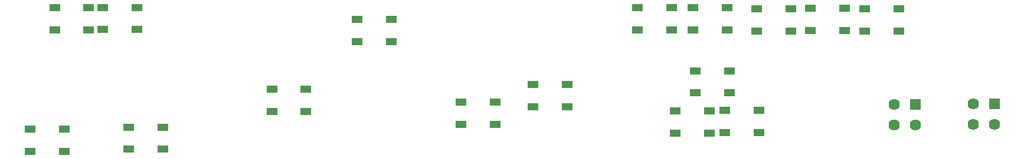
<source format=gbr>
%TF.GenerationSoftware,KiCad,Pcbnew,(5.1.6)-1*%
%TF.CreationDate,2020-11-25T12:03:05+11:00*%
%TF.ProjectId,HUD VID RCD Panel PCB V1,48554420-5649-4442-9052-43442050616e,rev?*%
%TF.SameCoordinates,Original*%
%TF.FileFunction,Soldermask,Top*%
%TF.FilePolarity,Negative*%
%FSLAX46Y46*%
G04 Gerber Fmt 4.6, Leading zero omitted, Abs format (unit mm)*
G04 Created by KiCad (PCBNEW (5.1.6)-1) date 2020-11-25 12:03:05*
%MOMM*%
%LPD*%
G01*
G04 APERTURE LIST*
%ADD10C,1.620000*%
%ADD11R,1.620000X1.620000*%
%ADD12R,1.600000X1.100000*%
G04 APERTURE END LIST*
D10*
%TO.C,J2*%
X182166001Y-86464399D03*
X185166000Y-86464399D03*
X182166001Y-83464400D03*
D11*
X185166000Y-83464400D03*
%TD*%
D10*
%TO.C,J1*%
X193494001Y-86413599D03*
X196494000Y-86413599D03*
X193494001Y-83413600D03*
D11*
X196494000Y-83413600D03*
%TD*%
D12*
%TO.C,D16*%
X177890000Y-69672400D03*
X177890000Y-72872400D03*
X182790000Y-69672400D03*
X182790000Y-72872400D03*
%TD*%
%TO.C,D15*%
X170129000Y-69646800D03*
X170129000Y-72846800D03*
X175029000Y-69646800D03*
X175029000Y-72846800D03*
%TD*%
%TO.C,D14*%
X162447000Y-69723200D03*
X162447000Y-72923200D03*
X167347000Y-69723200D03*
X167347000Y-72923200D03*
%TD*%
%TO.C,D13*%
X153303000Y-69520000D03*
X153303000Y-72720000D03*
X158203000Y-69520000D03*
X158203000Y-72720000D03*
%TD*%
%TO.C,D12*%
X145276000Y-69520000D03*
X145276000Y-72720000D03*
X150176000Y-69520000D03*
X150176000Y-72720000D03*
%TD*%
%TO.C,D11*%
X157812000Y-84378800D03*
X157812000Y-87578800D03*
X162712000Y-84378800D03*
X162712000Y-87578800D03*
%TD*%
%TO.C,D10*%
X150763000Y-84404400D03*
X150763000Y-87604400D03*
X155663000Y-84404400D03*
X155663000Y-87604400D03*
%TD*%
%TO.C,D9*%
X153596000Y-78638800D03*
X153596000Y-81838800D03*
X158496000Y-78638800D03*
X158496000Y-81838800D03*
%TD*%
%TO.C,D8*%
X130302000Y-80619600D03*
X130302000Y-83819600D03*
X135202000Y-80619600D03*
X135202000Y-83819600D03*
%TD*%
%TO.C,D7*%
X120029000Y-83134400D03*
X120029000Y-86334400D03*
X124929000Y-83134400D03*
X124929000Y-86334400D03*
%TD*%
%TO.C,D6*%
X105105000Y-71221600D03*
X105105000Y-74421600D03*
X110005000Y-71221600D03*
X110005000Y-74421600D03*
%TD*%
%TO.C,D5*%
X92862400Y-81280000D03*
X92862400Y-84480000D03*
X97762400Y-81280000D03*
X97762400Y-84480000D03*
%TD*%
%TO.C,D4*%
X72316000Y-86766400D03*
X72316000Y-89966400D03*
X77216000Y-86766400D03*
X77216000Y-89966400D03*
%TD*%
%TO.C,D3*%
X68607600Y-69494400D03*
X68607600Y-72694400D03*
X73507600Y-69494400D03*
X73507600Y-72694400D03*
%TD*%
%TO.C,D2*%
X61698800Y-69545200D03*
X61698800Y-72745200D03*
X66598800Y-69545200D03*
X66598800Y-72745200D03*
%TD*%
%TO.C,D1*%
X58166000Y-87071200D03*
X58166000Y-90271200D03*
X63066000Y-87071200D03*
X63066000Y-90271200D03*
%TD*%
M02*

</source>
